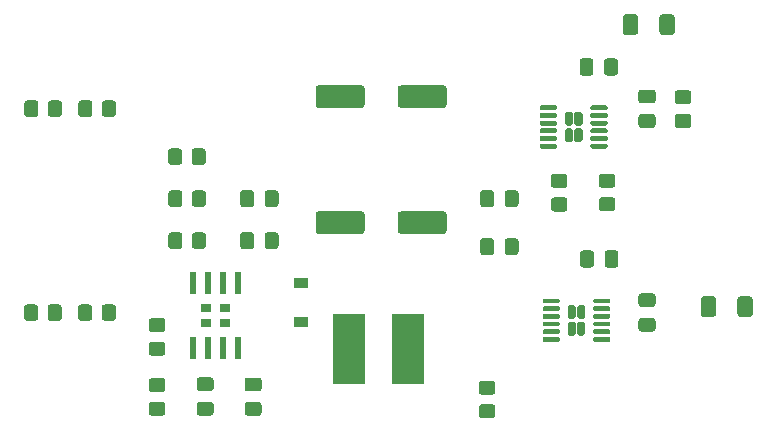
<source format=gtp>
G04 #@! TF.GenerationSoftware,KiCad,Pcbnew,5.1.10*
G04 #@! TF.CreationDate,2021-11-24T23:14:30-05:00*
G04 #@! TF.ProjectId,power_board,706f7765-725f-4626-9f61-72642e6b6963,rev?*
G04 #@! TF.SameCoordinates,Original*
G04 #@! TF.FileFunction,Paste,Top*
G04 #@! TF.FilePolarity,Positive*
%FSLAX46Y46*%
G04 Gerber Fmt 4.6, Leading zero omitted, Abs format (unit mm)*
G04 Created by KiCad (PCBNEW 5.1.10) date 2021-11-24 23:14:30*
%MOMM*%
%LPD*%
G01*
G04 APERTURE LIST*
%ADD10R,0.610000X1.910000*%
%ADD11R,0.930000X0.723000*%
%ADD12R,2.700000X6.000000*%
%ADD13R,1.200000X0.900000*%
G04 APERTURE END LIST*
G36*
G01*
X154489999Y-104048000D02*
X155390001Y-104048000D01*
G75*
G02*
X155640000Y-104297999I0J-249999D01*
G01*
X155640000Y-104998001D01*
G75*
G02*
X155390001Y-105248000I-249999J0D01*
G01*
X154489999Y-105248000D01*
G75*
G02*
X154240000Y-104998001I0J249999D01*
G01*
X154240000Y-104297999D01*
G75*
G02*
X154489999Y-104048000I249999J0D01*
G01*
G37*
G36*
G01*
X154489999Y-106048000D02*
X155390001Y-106048000D01*
G75*
G02*
X155640000Y-106297999I0J-249999D01*
G01*
X155640000Y-106998001D01*
G75*
G02*
X155390001Y-107248000I-249999J0D01*
G01*
X154489999Y-107248000D01*
G75*
G02*
X154240000Y-106998001I0J249999D01*
G01*
X154240000Y-106297999D01*
G75*
G02*
X154489999Y-106048000I249999J0D01*
G01*
G37*
G36*
G01*
X155857700Y-94546400D02*
X155857700Y-95496400D01*
G75*
G02*
X155607700Y-95746400I-250000J0D01*
G01*
X154932700Y-95746400D01*
G75*
G02*
X154682700Y-95496400I0J250000D01*
G01*
X154682700Y-94546400D01*
G75*
G02*
X154932700Y-94296400I250000J0D01*
G01*
X155607700Y-94296400D01*
G75*
G02*
X155857700Y-94546400I0J-250000D01*
G01*
G37*
G36*
G01*
X153782700Y-94546400D02*
X153782700Y-95496400D01*
G75*
G02*
X153532700Y-95746400I-250000J0D01*
G01*
X152857700Y-95746400D01*
G75*
G02*
X152607700Y-95496400I0J250000D01*
G01*
X152607700Y-94546400D01*
G75*
G02*
X152857700Y-94296400I250000J0D01*
G01*
X153532700Y-94296400D01*
G75*
G02*
X153782700Y-94546400I0J-250000D01*
G01*
G37*
G36*
G01*
X158793200Y-117427500D02*
X157843200Y-117427500D01*
G75*
G02*
X157593200Y-117177500I0J250000D01*
G01*
X157593200Y-116502500D01*
G75*
G02*
X157843200Y-116252500I250000J0D01*
G01*
X158793200Y-116252500D01*
G75*
G02*
X159043200Y-116502500I0J-250000D01*
G01*
X159043200Y-117177500D01*
G75*
G02*
X158793200Y-117427500I-250000J0D01*
G01*
G37*
G36*
G01*
X158793200Y-115352500D02*
X157843200Y-115352500D01*
G75*
G02*
X157593200Y-115102500I0J250000D01*
G01*
X157593200Y-114427500D01*
G75*
G02*
X157843200Y-114177500I250000J0D01*
G01*
X158793200Y-114177500D01*
G75*
G02*
X159043200Y-114427500I0J-250000D01*
G01*
X159043200Y-115102500D01*
G75*
G02*
X158793200Y-115352500I-250000J0D01*
G01*
G37*
G36*
G01*
X155900700Y-110802400D02*
X155900700Y-111752400D01*
G75*
G02*
X155650700Y-112002400I-250000J0D01*
G01*
X154975700Y-112002400D01*
G75*
G02*
X154725700Y-111752400I0J250000D01*
G01*
X154725700Y-110802400D01*
G75*
G02*
X154975700Y-110552400I250000J0D01*
G01*
X155650700Y-110552400D01*
G75*
G02*
X155900700Y-110802400I0J-250000D01*
G01*
G37*
G36*
G01*
X153825700Y-110802400D02*
X153825700Y-111752400D01*
G75*
G02*
X153575700Y-112002400I-250000J0D01*
G01*
X152900700Y-112002400D01*
G75*
G02*
X152650700Y-111752400I0J250000D01*
G01*
X152650700Y-110802400D01*
G75*
G02*
X152900700Y-110552400I250000J0D01*
G01*
X153575700Y-110552400D01*
G75*
G02*
X153825700Y-110802400I0J-250000D01*
G01*
G37*
G36*
G01*
X144192500Y-110711000D02*
X144192500Y-109761000D01*
G75*
G02*
X144442500Y-109511000I250000J0D01*
G01*
X145117500Y-109511000D01*
G75*
G02*
X145367500Y-109761000I0J-250000D01*
G01*
X145367500Y-110711000D01*
G75*
G02*
X145117500Y-110961000I-250000J0D01*
G01*
X144442500Y-110961000D01*
G75*
G02*
X144192500Y-110711000I0J250000D01*
G01*
G37*
G36*
G01*
X146267500Y-110711000D02*
X146267500Y-109761000D01*
G75*
G02*
X146517500Y-109511000I250000J0D01*
G01*
X147192500Y-109511000D01*
G75*
G02*
X147442500Y-109761000I0J-250000D01*
G01*
X147442500Y-110711000D01*
G75*
G02*
X147192500Y-110961000I-250000J0D01*
G01*
X146517500Y-110961000D01*
G75*
G02*
X146267500Y-110711000I0J250000D01*
G01*
G37*
G36*
G01*
X144192500Y-106647000D02*
X144192500Y-105697000D01*
G75*
G02*
X144442500Y-105447000I250000J0D01*
G01*
X145117500Y-105447000D01*
G75*
G02*
X145367500Y-105697000I0J-250000D01*
G01*
X145367500Y-106647000D01*
G75*
G02*
X145117500Y-106897000I-250000J0D01*
G01*
X144442500Y-106897000D01*
G75*
G02*
X144192500Y-106647000I0J250000D01*
G01*
G37*
G36*
G01*
X146267500Y-106647000D02*
X146267500Y-105697000D01*
G75*
G02*
X146517500Y-105447000I250000J0D01*
G01*
X147192500Y-105447000D01*
G75*
G02*
X147442500Y-105697000I0J-250000D01*
G01*
X147442500Y-106647000D01*
G75*
G02*
X147192500Y-106897000I-250000J0D01*
G01*
X146517500Y-106897000D01*
G75*
G02*
X146267500Y-106647000I0J250000D01*
G01*
G37*
G36*
G01*
X123872500Y-110203000D02*
X123872500Y-109253000D01*
G75*
G02*
X124122500Y-109003000I250000J0D01*
G01*
X124797500Y-109003000D01*
G75*
G02*
X125047500Y-109253000I0J-250000D01*
G01*
X125047500Y-110203000D01*
G75*
G02*
X124797500Y-110453000I-250000J0D01*
G01*
X124122500Y-110453000D01*
G75*
G02*
X123872500Y-110203000I0J250000D01*
G01*
G37*
G36*
G01*
X125947500Y-110203000D02*
X125947500Y-109253000D01*
G75*
G02*
X126197500Y-109003000I250000J0D01*
G01*
X126872500Y-109003000D01*
G75*
G02*
X127122500Y-109253000I0J-250000D01*
G01*
X127122500Y-110203000D01*
G75*
G02*
X126872500Y-110453000I-250000J0D01*
G01*
X126197500Y-110453000D01*
G75*
G02*
X125947500Y-110203000I0J250000D01*
G01*
G37*
G36*
G01*
X125947500Y-106647000D02*
X125947500Y-105697000D01*
G75*
G02*
X126197500Y-105447000I250000J0D01*
G01*
X126872500Y-105447000D01*
G75*
G02*
X127122500Y-105697000I0J-250000D01*
G01*
X127122500Y-106647000D01*
G75*
G02*
X126872500Y-106897000I-250000J0D01*
G01*
X126197500Y-106897000D01*
G75*
G02*
X125947500Y-106647000I0J250000D01*
G01*
G37*
G36*
G01*
X123872500Y-106647000D02*
X123872500Y-105697000D01*
G75*
G02*
X124122500Y-105447000I250000J0D01*
G01*
X124797500Y-105447000D01*
G75*
G02*
X125047500Y-105697000I0J-250000D01*
G01*
X125047500Y-106647000D01*
G75*
G02*
X124797500Y-106897000I-250000J0D01*
G01*
X124122500Y-106897000D01*
G75*
G02*
X123872500Y-106647000I0J250000D01*
G01*
G37*
G36*
G01*
X152414200Y-117590900D02*
X152414200Y-116745900D01*
G75*
G02*
X152586700Y-116573400I172500J0D01*
G01*
X152931700Y-116573400D01*
G75*
G02*
X153104200Y-116745900I0J-172500D01*
G01*
X153104200Y-117590900D01*
G75*
G02*
X152931700Y-117763400I-172500J0D01*
G01*
X152586700Y-117763400D01*
G75*
G02*
X152414200Y-117590900I0J172500D01*
G01*
G37*
G36*
G01*
X152414200Y-116170900D02*
X152414200Y-115325900D01*
G75*
G02*
X152586700Y-115153400I172500J0D01*
G01*
X152931700Y-115153400D01*
G75*
G02*
X153104200Y-115325900I0J-172500D01*
G01*
X153104200Y-116170900D01*
G75*
G02*
X152931700Y-116343400I-172500J0D01*
G01*
X152586700Y-116343400D01*
G75*
G02*
X152414200Y-116170900I0J172500D01*
G01*
G37*
G36*
G01*
X151594200Y-117590900D02*
X151594200Y-116745900D01*
G75*
G02*
X151766700Y-116573400I172500J0D01*
G01*
X152111700Y-116573400D01*
G75*
G02*
X152284200Y-116745900I0J-172500D01*
G01*
X152284200Y-117590900D01*
G75*
G02*
X152111700Y-117763400I-172500J0D01*
G01*
X151766700Y-117763400D01*
G75*
G02*
X151594200Y-117590900I0J172500D01*
G01*
G37*
G36*
G01*
X151594200Y-116170900D02*
X151594200Y-115325900D01*
G75*
G02*
X151766700Y-115153400I172500J0D01*
G01*
X152111700Y-115153400D01*
G75*
G02*
X152284200Y-115325900I0J-172500D01*
G01*
X152284200Y-116170900D01*
G75*
G02*
X152111700Y-116343400I-172500J0D01*
G01*
X151766700Y-116343400D01*
G75*
G02*
X151594200Y-116170900I0J172500D01*
G01*
G37*
G36*
G01*
X153774200Y-114933400D02*
X153774200Y-114733400D01*
G75*
G02*
X153874200Y-114633400I100000J0D01*
G01*
X155124200Y-114633400D01*
G75*
G02*
X155224200Y-114733400I0J-100000D01*
G01*
X155224200Y-114933400D01*
G75*
G02*
X155124200Y-115033400I-100000J0D01*
G01*
X153874200Y-115033400D01*
G75*
G02*
X153774200Y-114933400I0J100000D01*
G01*
G37*
G36*
G01*
X153774200Y-115583400D02*
X153774200Y-115383400D01*
G75*
G02*
X153874200Y-115283400I100000J0D01*
G01*
X155124200Y-115283400D01*
G75*
G02*
X155224200Y-115383400I0J-100000D01*
G01*
X155224200Y-115583400D01*
G75*
G02*
X155124200Y-115683400I-100000J0D01*
G01*
X153874200Y-115683400D01*
G75*
G02*
X153774200Y-115583400I0J100000D01*
G01*
G37*
G36*
G01*
X153774200Y-116233400D02*
X153774200Y-116033400D01*
G75*
G02*
X153874200Y-115933400I100000J0D01*
G01*
X155124200Y-115933400D01*
G75*
G02*
X155224200Y-116033400I0J-100000D01*
G01*
X155224200Y-116233400D01*
G75*
G02*
X155124200Y-116333400I-100000J0D01*
G01*
X153874200Y-116333400D01*
G75*
G02*
X153774200Y-116233400I0J100000D01*
G01*
G37*
G36*
G01*
X153774200Y-116883400D02*
X153774200Y-116683400D01*
G75*
G02*
X153874200Y-116583400I100000J0D01*
G01*
X155124200Y-116583400D01*
G75*
G02*
X155224200Y-116683400I0J-100000D01*
G01*
X155224200Y-116883400D01*
G75*
G02*
X155124200Y-116983400I-100000J0D01*
G01*
X153874200Y-116983400D01*
G75*
G02*
X153774200Y-116883400I0J100000D01*
G01*
G37*
G36*
G01*
X153774200Y-117533400D02*
X153774200Y-117333400D01*
G75*
G02*
X153874200Y-117233400I100000J0D01*
G01*
X155124200Y-117233400D01*
G75*
G02*
X155224200Y-117333400I0J-100000D01*
G01*
X155224200Y-117533400D01*
G75*
G02*
X155124200Y-117633400I-100000J0D01*
G01*
X153874200Y-117633400D01*
G75*
G02*
X153774200Y-117533400I0J100000D01*
G01*
G37*
G36*
G01*
X153774200Y-118183400D02*
X153774200Y-117983400D01*
G75*
G02*
X153874200Y-117883400I100000J0D01*
G01*
X155124200Y-117883400D01*
G75*
G02*
X155224200Y-117983400I0J-100000D01*
G01*
X155224200Y-118183400D01*
G75*
G02*
X155124200Y-118283400I-100000J0D01*
G01*
X153874200Y-118283400D01*
G75*
G02*
X153774200Y-118183400I0J100000D01*
G01*
G37*
G36*
G01*
X149474200Y-118183400D02*
X149474200Y-117983400D01*
G75*
G02*
X149574200Y-117883400I100000J0D01*
G01*
X150824200Y-117883400D01*
G75*
G02*
X150924200Y-117983400I0J-100000D01*
G01*
X150924200Y-118183400D01*
G75*
G02*
X150824200Y-118283400I-100000J0D01*
G01*
X149574200Y-118283400D01*
G75*
G02*
X149474200Y-118183400I0J100000D01*
G01*
G37*
G36*
G01*
X149474200Y-117533400D02*
X149474200Y-117333400D01*
G75*
G02*
X149574200Y-117233400I100000J0D01*
G01*
X150824200Y-117233400D01*
G75*
G02*
X150924200Y-117333400I0J-100000D01*
G01*
X150924200Y-117533400D01*
G75*
G02*
X150824200Y-117633400I-100000J0D01*
G01*
X149574200Y-117633400D01*
G75*
G02*
X149474200Y-117533400I0J100000D01*
G01*
G37*
G36*
G01*
X149474200Y-116883400D02*
X149474200Y-116683400D01*
G75*
G02*
X149574200Y-116583400I100000J0D01*
G01*
X150824200Y-116583400D01*
G75*
G02*
X150924200Y-116683400I0J-100000D01*
G01*
X150924200Y-116883400D01*
G75*
G02*
X150824200Y-116983400I-100000J0D01*
G01*
X149574200Y-116983400D01*
G75*
G02*
X149474200Y-116883400I0J100000D01*
G01*
G37*
G36*
G01*
X149474200Y-116233400D02*
X149474200Y-116033400D01*
G75*
G02*
X149574200Y-115933400I100000J0D01*
G01*
X150824200Y-115933400D01*
G75*
G02*
X150924200Y-116033400I0J-100000D01*
G01*
X150924200Y-116233400D01*
G75*
G02*
X150824200Y-116333400I-100000J0D01*
G01*
X149574200Y-116333400D01*
G75*
G02*
X149474200Y-116233400I0J100000D01*
G01*
G37*
G36*
G01*
X149474200Y-115583400D02*
X149474200Y-115383400D01*
G75*
G02*
X149574200Y-115283400I100000J0D01*
G01*
X150824200Y-115283400D01*
G75*
G02*
X150924200Y-115383400I0J-100000D01*
G01*
X150924200Y-115583400D01*
G75*
G02*
X150824200Y-115683400I-100000J0D01*
G01*
X149574200Y-115683400D01*
G75*
G02*
X149474200Y-115583400I0J100000D01*
G01*
G37*
G36*
G01*
X149474200Y-114933400D02*
X149474200Y-114733400D01*
G75*
G02*
X149574200Y-114633400I100000J0D01*
G01*
X150824200Y-114633400D01*
G75*
G02*
X150924200Y-114733400I0J-100000D01*
G01*
X150924200Y-114933400D01*
G75*
G02*
X150824200Y-115033400I-100000J0D01*
G01*
X149574200Y-115033400D01*
G75*
G02*
X149474200Y-114933400I0J100000D01*
G01*
G37*
G36*
G01*
X152169200Y-101233900D02*
X152169200Y-100388900D01*
G75*
G02*
X152341700Y-100216400I172500J0D01*
G01*
X152686700Y-100216400D01*
G75*
G02*
X152859200Y-100388900I0J-172500D01*
G01*
X152859200Y-101233900D01*
G75*
G02*
X152686700Y-101406400I-172500J0D01*
G01*
X152341700Y-101406400D01*
G75*
G02*
X152169200Y-101233900I0J172500D01*
G01*
G37*
G36*
G01*
X152169200Y-99813900D02*
X152169200Y-98968900D01*
G75*
G02*
X152341700Y-98796400I172500J0D01*
G01*
X152686700Y-98796400D01*
G75*
G02*
X152859200Y-98968900I0J-172500D01*
G01*
X152859200Y-99813900D01*
G75*
G02*
X152686700Y-99986400I-172500J0D01*
G01*
X152341700Y-99986400D01*
G75*
G02*
X152169200Y-99813900I0J172500D01*
G01*
G37*
G36*
G01*
X151349200Y-101233900D02*
X151349200Y-100388900D01*
G75*
G02*
X151521700Y-100216400I172500J0D01*
G01*
X151866700Y-100216400D01*
G75*
G02*
X152039200Y-100388900I0J-172500D01*
G01*
X152039200Y-101233900D01*
G75*
G02*
X151866700Y-101406400I-172500J0D01*
G01*
X151521700Y-101406400D01*
G75*
G02*
X151349200Y-101233900I0J172500D01*
G01*
G37*
G36*
G01*
X151349200Y-99813900D02*
X151349200Y-98968900D01*
G75*
G02*
X151521700Y-98796400I172500J0D01*
G01*
X151866700Y-98796400D01*
G75*
G02*
X152039200Y-98968900I0J-172500D01*
G01*
X152039200Y-99813900D01*
G75*
G02*
X151866700Y-99986400I-172500J0D01*
G01*
X151521700Y-99986400D01*
G75*
G02*
X151349200Y-99813900I0J172500D01*
G01*
G37*
G36*
G01*
X153529200Y-98576400D02*
X153529200Y-98376400D01*
G75*
G02*
X153629200Y-98276400I100000J0D01*
G01*
X154879200Y-98276400D01*
G75*
G02*
X154979200Y-98376400I0J-100000D01*
G01*
X154979200Y-98576400D01*
G75*
G02*
X154879200Y-98676400I-100000J0D01*
G01*
X153629200Y-98676400D01*
G75*
G02*
X153529200Y-98576400I0J100000D01*
G01*
G37*
G36*
G01*
X153529200Y-99226400D02*
X153529200Y-99026400D01*
G75*
G02*
X153629200Y-98926400I100000J0D01*
G01*
X154879200Y-98926400D01*
G75*
G02*
X154979200Y-99026400I0J-100000D01*
G01*
X154979200Y-99226400D01*
G75*
G02*
X154879200Y-99326400I-100000J0D01*
G01*
X153629200Y-99326400D01*
G75*
G02*
X153529200Y-99226400I0J100000D01*
G01*
G37*
G36*
G01*
X153529200Y-99876400D02*
X153529200Y-99676400D01*
G75*
G02*
X153629200Y-99576400I100000J0D01*
G01*
X154879200Y-99576400D01*
G75*
G02*
X154979200Y-99676400I0J-100000D01*
G01*
X154979200Y-99876400D01*
G75*
G02*
X154879200Y-99976400I-100000J0D01*
G01*
X153629200Y-99976400D01*
G75*
G02*
X153529200Y-99876400I0J100000D01*
G01*
G37*
G36*
G01*
X153529200Y-100526400D02*
X153529200Y-100326400D01*
G75*
G02*
X153629200Y-100226400I100000J0D01*
G01*
X154879200Y-100226400D01*
G75*
G02*
X154979200Y-100326400I0J-100000D01*
G01*
X154979200Y-100526400D01*
G75*
G02*
X154879200Y-100626400I-100000J0D01*
G01*
X153629200Y-100626400D01*
G75*
G02*
X153529200Y-100526400I0J100000D01*
G01*
G37*
G36*
G01*
X153529200Y-101176400D02*
X153529200Y-100976400D01*
G75*
G02*
X153629200Y-100876400I100000J0D01*
G01*
X154879200Y-100876400D01*
G75*
G02*
X154979200Y-100976400I0J-100000D01*
G01*
X154979200Y-101176400D01*
G75*
G02*
X154879200Y-101276400I-100000J0D01*
G01*
X153629200Y-101276400D01*
G75*
G02*
X153529200Y-101176400I0J100000D01*
G01*
G37*
G36*
G01*
X153529200Y-101826400D02*
X153529200Y-101626400D01*
G75*
G02*
X153629200Y-101526400I100000J0D01*
G01*
X154879200Y-101526400D01*
G75*
G02*
X154979200Y-101626400I0J-100000D01*
G01*
X154979200Y-101826400D01*
G75*
G02*
X154879200Y-101926400I-100000J0D01*
G01*
X153629200Y-101926400D01*
G75*
G02*
X153529200Y-101826400I0J100000D01*
G01*
G37*
G36*
G01*
X149229200Y-101826400D02*
X149229200Y-101626400D01*
G75*
G02*
X149329200Y-101526400I100000J0D01*
G01*
X150579200Y-101526400D01*
G75*
G02*
X150679200Y-101626400I0J-100000D01*
G01*
X150679200Y-101826400D01*
G75*
G02*
X150579200Y-101926400I-100000J0D01*
G01*
X149329200Y-101926400D01*
G75*
G02*
X149229200Y-101826400I0J100000D01*
G01*
G37*
G36*
G01*
X149229200Y-101176400D02*
X149229200Y-100976400D01*
G75*
G02*
X149329200Y-100876400I100000J0D01*
G01*
X150579200Y-100876400D01*
G75*
G02*
X150679200Y-100976400I0J-100000D01*
G01*
X150679200Y-101176400D01*
G75*
G02*
X150579200Y-101276400I-100000J0D01*
G01*
X149329200Y-101276400D01*
G75*
G02*
X149229200Y-101176400I0J100000D01*
G01*
G37*
G36*
G01*
X149229200Y-100526400D02*
X149229200Y-100326400D01*
G75*
G02*
X149329200Y-100226400I100000J0D01*
G01*
X150579200Y-100226400D01*
G75*
G02*
X150679200Y-100326400I0J-100000D01*
G01*
X150679200Y-100526400D01*
G75*
G02*
X150579200Y-100626400I-100000J0D01*
G01*
X149329200Y-100626400D01*
G75*
G02*
X149229200Y-100526400I0J100000D01*
G01*
G37*
G36*
G01*
X149229200Y-99876400D02*
X149229200Y-99676400D01*
G75*
G02*
X149329200Y-99576400I100000J0D01*
G01*
X150579200Y-99576400D01*
G75*
G02*
X150679200Y-99676400I0J-100000D01*
G01*
X150679200Y-99876400D01*
G75*
G02*
X150579200Y-99976400I-100000J0D01*
G01*
X149329200Y-99976400D01*
G75*
G02*
X149229200Y-99876400I0J100000D01*
G01*
G37*
G36*
G01*
X149229200Y-99226400D02*
X149229200Y-99026400D01*
G75*
G02*
X149329200Y-98926400I100000J0D01*
G01*
X150579200Y-98926400D01*
G75*
G02*
X150679200Y-99026400I0J-100000D01*
G01*
X150679200Y-99226400D01*
G75*
G02*
X150579200Y-99326400I-100000J0D01*
G01*
X149329200Y-99326400D01*
G75*
G02*
X149229200Y-99226400I0J100000D01*
G01*
G37*
G36*
G01*
X149229200Y-98576400D02*
X149229200Y-98376400D01*
G75*
G02*
X149329200Y-98276400I100000J0D01*
G01*
X150579200Y-98276400D01*
G75*
G02*
X150679200Y-98376400I0J-100000D01*
G01*
X150679200Y-98576400D01*
G75*
G02*
X150579200Y-98676400I-100000J0D01*
G01*
X149329200Y-98676400D01*
G75*
G02*
X149229200Y-98576400I0J100000D01*
G01*
G37*
D10*
X123698000Y-113284000D03*
X122428000Y-113284000D03*
X121158000Y-113284000D03*
X119888000Y-113284000D03*
X119888000Y-118844000D03*
X121158000Y-118844000D03*
X122428000Y-118844000D03*
X123698000Y-118844000D03*
D11*
X121018000Y-116666500D03*
X122568000Y-116666500D03*
X121018000Y-115461500D03*
X122568000Y-115461500D03*
G36*
G01*
X117290001Y-119472000D02*
X116389999Y-119472000D01*
G75*
G02*
X116140000Y-119222001I0J249999D01*
G01*
X116140000Y-118521999D01*
G75*
G02*
X116389999Y-118272000I249999J0D01*
G01*
X117290001Y-118272000D01*
G75*
G02*
X117540000Y-118521999I0J-249999D01*
G01*
X117540000Y-119222001D01*
G75*
G02*
X117290001Y-119472000I-249999J0D01*
G01*
G37*
G36*
G01*
X117290001Y-117472000D02*
X116389999Y-117472000D01*
G75*
G02*
X116140000Y-117222001I0J249999D01*
G01*
X116140000Y-116521999D01*
G75*
G02*
X116389999Y-116272000I249999J0D01*
G01*
X117290001Y-116272000D01*
G75*
G02*
X117540000Y-116521999I0J-249999D01*
G01*
X117540000Y-117222001D01*
G75*
G02*
X117290001Y-117472000I-249999J0D01*
G01*
G37*
G36*
G01*
X116389999Y-121352000D02*
X117290001Y-121352000D01*
G75*
G02*
X117540000Y-121601999I0J-249999D01*
G01*
X117540000Y-122302001D01*
G75*
G02*
X117290001Y-122552000I-249999J0D01*
G01*
X116389999Y-122552000D01*
G75*
G02*
X116140000Y-122302001I0J249999D01*
G01*
X116140000Y-121601999D01*
G75*
G02*
X116389999Y-121352000I249999J0D01*
G01*
G37*
G36*
G01*
X116389999Y-123352000D02*
X117290001Y-123352000D01*
G75*
G02*
X117540000Y-123601999I0J-249999D01*
G01*
X117540000Y-124302001D01*
G75*
G02*
X117290001Y-124552000I-249999J0D01*
G01*
X116389999Y-124552000D01*
G75*
G02*
X116140000Y-124302001I0J249999D01*
G01*
X116140000Y-123601999D01*
G75*
G02*
X116389999Y-123352000I249999J0D01*
G01*
G37*
G36*
G01*
X144329999Y-121574000D02*
X145230001Y-121574000D01*
G75*
G02*
X145480000Y-121823999I0J-249999D01*
G01*
X145480000Y-122524001D01*
G75*
G02*
X145230001Y-122774000I-249999J0D01*
G01*
X144329999Y-122774000D01*
G75*
G02*
X144080000Y-122524001I0J249999D01*
G01*
X144080000Y-121823999D01*
G75*
G02*
X144329999Y-121574000I249999J0D01*
G01*
G37*
G36*
G01*
X144329999Y-123574000D02*
X145230001Y-123574000D01*
G75*
G02*
X145480000Y-123823999I0J-249999D01*
G01*
X145480000Y-124524001D01*
G75*
G02*
X145230001Y-124774000I-249999J0D01*
G01*
X144329999Y-124774000D01*
G75*
G02*
X144080000Y-124524001I0J249999D01*
G01*
X144080000Y-123823999D01*
G75*
G02*
X144329999Y-123574000I249999J0D01*
G01*
G37*
G36*
G01*
X167274000Y-114690999D02*
X167274000Y-115941001D01*
G75*
G02*
X167024001Y-116191000I-249999J0D01*
G01*
X166223999Y-116191000D01*
G75*
G02*
X165974000Y-115941001I0J249999D01*
G01*
X165974000Y-114690999D01*
G75*
G02*
X166223999Y-114441000I249999J0D01*
G01*
X167024001Y-114441000D01*
G75*
G02*
X167274000Y-114690999I0J-249999D01*
G01*
G37*
G36*
G01*
X164174000Y-114690999D02*
X164174000Y-115941001D01*
G75*
G02*
X163924001Y-116191000I-249999J0D01*
G01*
X163123999Y-116191000D01*
G75*
G02*
X162874000Y-115941001I0J249999D01*
G01*
X162874000Y-114690999D01*
G75*
G02*
X163123999Y-114441000I249999J0D01*
G01*
X163924001Y-114441000D01*
G75*
G02*
X164174000Y-114690999I0J-249999D01*
G01*
G37*
G36*
G01*
X156270000Y-92065001D02*
X156270000Y-90814999D01*
G75*
G02*
X156519999Y-90565000I249999J0D01*
G01*
X157320001Y-90565000D01*
G75*
G02*
X157570000Y-90814999I0J-249999D01*
G01*
X157570000Y-92065001D01*
G75*
G02*
X157320001Y-92315000I-249999J0D01*
G01*
X156519999Y-92315000D01*
G75*
G02*
X156270000Y-92065001I0J249999D01*
G01*
G37*
G36*
G01*
X159370000Y-92065001D02*
X159370000Y-90814999D01*
G75*
G02*
X159619999Y-90565000I249999J0D01*
G01*
X160420001Y-90565000D01*
G75*
G02*
X160670000Y-90814999I0J-249999D01*
G01*
X160670000Y-92065001D01*
G75*
G02*
X160420001Y-92315000I-249999J0D01*
G01*
X159619999Y-92315000D01*
G75*
G02*
X159370000Y-92065001I0J249999D01*
G01*
G37*
G36*
G01*
X120980000Y-109277999D02*
X120980000Y-110178001D01*
G75*
G02*
X120730001Y-110428000I-249999J0D01*
G01*
X120029999Y-110428000D01*
G75*
G02*
X119780000Y-110178001I0J249999D01*
G01*
X119780000Y-109277999D01*
G75*
G02*
X120029999Y-109028000I249999J0D01*
G01*
X120730001Y-109028000D01*
G75*
G02*
X120980000Y-109277999I0J-249999D01*
G01*
G37*
G36*
G01*
X118980000Y-109277999D02*
X118980000Y-110178001D01*
G75*
G02*
X118730001Y-110428000I-249999J0D01*
G01*
X118029999Y-110428000D01*
G75*
G02*
X117780000Y-110178001I0J249999D01*
G01*
X117780000Y-109277999D01*
G75*
G02*
X118029999Y-109028000I249999J0D01*
G01*
X118730001Y-109028000D01*
G75*
G02*
X118980000Y-109277999I0J-249999D01*
G01*
G37*
G36*
G01*
X117764000Y-103066001D02*
X117764000Y-102165999D01*
G75*
G02*
X118013999Y-101916000I249999J0D01*
G01*
X118714001Y-101916000D01*
G75*
G02*
X118964000Y-102165999I0J-249999D01*
G01*
X118964000Y-103066001D01*
G75*
G02*
X118714001Y-103316000I-249999J0D01*
G01*
X118013999Y-103316000D01*
G75*
G02*
X117764000Y-103066001I0J249999D01*
G01*
G37*
G36*
G01*
X119764000Y-103066001D02*
X119764000Y-102165999D01*
G75*
G02*
X120013999Y-101916000I249999J0D01*
G01*
X120714001Y-101916000D01*
G75*
G02*
X120964000Y-102165999I0J-249999D01*
G01*
X120964000Y-103066001D01*
G75*
G02*
X120714001Y-103316000I-249999J0D01*
G01*
X120013999Y-103316000D01*
G75*
G02*
X119764000Y-103066001I0J249999D01*
G01*
G37*
G36*
G01*
X117780000Y-106622001D02*
X117780000Y-105721999D01*
G75*
G02*
X118029999Y-105472000I249999J0D01*
G01*
X118730001Y-105472000D01*
G75*
G02*
X118980000Y-105721999I0J-249999D01*
G01*
X118980000Y-106622001D01*
G75*
G02*
X118730001Y-106872000I-249999J0D01*
G01*
X118029999Y-106872000D01*
G75*
G02*
X117780000Y-106622001I0J249999D01*
G01*
G37*
G36*
G01*
X119780000Y-106622001D02*
X119780000Y-105721999D01*
G75*
G02*
X120029999Y-105472000I249999J0D01*
G01*
X120730001Y-105472000D01*
G75*
G02*
X120980000Y-105721999I0J-249999D01*
G01*
X120980000Y-106622001D01*
G75*
G02*
X120730001Y-106872000I-249999J0D01*
G01*
X120029999Y-106872000D01*
G75*
G02*
X119780000Y-106622001I0J249999D01*
G01*
G37*
G36*
G01*
X106788000Y-98101999D02*
X106788000Y-99002001D01*
G75*
G02*
X106538001Y-99252000I-249999J0D01*
G01*
X105837999Y-99252000D01*
G75*
G02*
X105588000Y-99002001I0J249999D01*
G01*
X105588000Y-98101999D01*
G75*
G02*
X105837999Y-97852000I249999J0D01*
G01*
X106538001Y-97852000D01*
G75*
G02*
X106788000Y-98101999I0J-249999D01*
G01*
G37*
G36*
G01*
X108788000Y-98101999D02*
X108788000Y-99002001D01*
G75*
G02*
X108538001Y-99252000I-249999J0D01*
G01*
X107837999Y-99252000D01*
G75*
G02*
X107588000Y-99002001I0J249999D01*
G01*
X107588000Y-98101999D01*
G75*
G02*
X107837999Y-97852000I249999J0D01*
G01*
X108538001Y-97852000D01*
G75*
G02*
X108788000Y-98101999I0J-249999D01*
G01*
G37*
G36*
G01*
X112160000Y-99002001D02*
X112160000Y-98101999D01*
G75*
G02*
X112409999Y-97852000I249999J0D01*
G01*
X113110001Y-97852000D01*
G75*
G02*
X113360000Y-98101999I0J-249999D01*
G01*
X113360000Y-99002001D01*
G75*
G02*
X113110001Y-99252000I-249999J0D01*
G01*
X112409999Y-99252000D01*
G75*
G02*
X112160000Y-99002001I0J249999D01*
G01*
G37*
G36*
G01*
X110160000Y-99002001D02*
X110160000Y-98101999D01*
G75*
G02*
X110409999Y-97852000I249999J0D01*
G01*
X111110001Y-97852000D01*
G75*
G02*
X111360000Y-98101999I0J-249999D01*
G01*
X111360000Y-99002001D01*
G75*
G02*
X111110001Y-99252000I-249999J0D01*
G01*
X110409999Y-99252000D01*
G75*
G02*
X110160000Y-99002001I0J249999D01*
G01*
G37*
G36*
G01*
X106772000Y-115373999D02*
X106772000Y-116274001D01*
G75*
G02*
X106522001Y-116524000I-249999J0D01*
G01*
X105821999Y-116524000D01*
G75*
G02*
X105572000Y-116274001I0J249999D01*
G01*
X105572000Y-115373999D01*
G75*
G02*
X105821999Y-115124000I249999J0D01*
G01*
X106522001Y-115124000D01*
G75*
G02*
X106772000Y-115373999I0J-249999D01*
G01*
G37*
G36*
G01*
X108772000Y-115373999D02*
X108772000Y-116274001D01*
G75*
G02*
X108522001Y-116524000I-249999J0D01*
G01*
X107821999Y-116524000D01*
G75*
G02*
X107572000Y-116274001I0J249999D01*
G01*
X107572000Y-115373999D01*
G75*
G02*
X107821999Y-115124000I249999J0D01*
G01*
X108522001Y-115124000D01*
G75*
G02*
X108772000Y-115373999I0J-249999D01*
G01*
G37*
G36*
G01*
X112152000Y-116274001D02*
X112152000Y-115373999D01*
G75*
G02*
X112401999Y-115124000I249999J0D01*
G01*
X113102001Y-115124000D01*
G75*
G02*
X113352000Y-115373999I0J-249999D01*
G01*
X113352000Y-116274001D01*
G75*
G02*
X113102001Y-116524000I-249999J0D01*
G01*
X112401999Y-116524000D01*
G75*
G02*
X112152000Y-116274001I0J249999D01*
G01*
G37*
G36*
G01*
X110152000Y-116274001D02*
X110152000Y-115373999D01*
G75*
G02*
X110401999Y-115124000I249999J0D01*
G01*
X111102001Y-115124000D01*
G75*
G02*
X111352000Y-115373999I0J-249999D01*
G01*
X111352000Y-116274001D01*
G75*
G02*
X111102001Y-116524000I-249999J0D01*
G01*
X110401999Y-116524000D01*
G75*
G02*
X110152000Y-116274001I0J249999D01*
G01*
G37*
G36*
G01*
X161816201Y-100193400D02*
X160916199Y-100193400D01*
G75*
G02*
X160666200Y-99943401I0J249999D01*
G01*
X160666200Y-99243399D01*
G75*
G02*
X160916199Y-98993400I249999J0D01*
G01*
X161816201Y-98993400D01*
G75*
G02*
X162066200Y-99243399I0J-249999D01*
G01*
X162066200Y-99943401D01*
G75*
G02*
X161816201Y-100193400I-249999J0D01*
G01*
G37*
G36*
G01*
X161816201Y-98193400D02*
X160916199Y-98193400D01*
G75*
G02*
X160666200Y-97943401I0J249999D01*
G01*
X160666200Y-97243399D01*
G75*
G02*
X160916199Y-96993400I249999J0D01*
G01*
X161816201Y-96993400D01*
G75*
G02*
X162066200Y-97243399I0J-249999D01*
G01*
X162066200Y-97943401D01*
G75*
G02*
X161816201Y-98193400I-249999J0D01*
G01*
G37*
G36*
G01*
X150425999Y-106064000D02*
X151326001Y-106064000D01*
G75*
G02*
X151576000Y-106313999I0J-249999D01*
G01*
X151576000Y-107014001D01*
G75*
G02*
X151326001Y-107264000I-249999J0D01*
G01*
X150425999Y-107264000D01*
G75*
G02*
X150176000Y-107014001I0J249999D01*
G01*
X150176000Y-106313999D01*
G75*
G02*
X150425999Y-106064000I249999J0D01*
G01*
G37*
G36*
G01*
X150425999Y-104064000D02*
X151326001Y-104064000D01*
G75*
G02*
X151576000Y-104313999I0J-249999D01*
G01*
X151576000Y-105014001D01*
G75*
G02*
X151326001Y-105264000I-249999J0D01*
G01*
X150425999Y-105264000D01*
G75*
G02*
X150176000Y-105014001I0J249999D01*
G01*
X150176000Y-104313999D01*
G75*
G02*
X150425999Y-104064000I249999J0D01*
G01*
G37*
D12*
X133096000Y-118872000D03*
X138096000Y-118872000D03*
D13*
X129032000Y-116584000D03*
X129032000Y-113284000D03*
G36*
G01*
X158793200Y-100180900D02*
X157843200Y-100180900D01*
G75*
G02*
X157593200Y-99930900I0J250000D01*
G01*
X157593200Y-99255900D01*
G75*
G02*
X157843200Y-99005900I250000J0D01*
G01*
X158793200Y-99005900D01*
G75*
G02*
X159043200Y-99255900I0J-250000D01*
G01*
X159043200Y-99930900D01*
G75*
G02*
X158793200Y-100180900I-250000J0D01*
G01*
G37*
G36*
G01*
X158793200Y-98105900D02*
X157843200Y-98105900D01*
G75*
G02*
X157593200Y-97855900I0J250000D01*
G01*
X157593200Y-97180900D01*
G75*
G02*
X157843200Y-96930900I250000J0D01*
G01*
X158793200Y-96930900D01*
G75*
G02*
X159043200Y-97180900I0J-250000D01*
G01*
X159043200Y-97855900D01*
G75*
G02*
X158793200Y-98105900I-250000J0D01*
G01*
G37*
G36*
G01*
X141359000Y-107503998D02*
X141359000Y-108904002D01*
G75*
G02*
X141109002Y-109154000I-249998J0D01*
G01*
X137458998Y-109154000D01*
G75*
G02*
X137209000Y-108904002I0J249998D01*
G01*
X137209000Y-107503998D01*
G75*
G02*
X137458998Y-107254000I249998J0D01*
G01*
X141109002Y-107254000D01*
G75*
G02*
X141359000Y-107503998I0J-249998D01*
G01*
G37*
G36*
G01*
X134409000Y-107503998D02*
X134409000Y-108904002D01*
G75*
G02*
X134159002Y-109154000I-249998J0D01*
G01*
X130508998Y-109154000D01*
G75*
G02*
X130259000Y-108904002I0J249998D01*
G01*
X130259000Y-107503998D01*
G75*
G02*
X130508998Y-107254000I249998J0D01*
G01*
X134159002Y-107254000D01*
G75*
G02*
X134409000Y-107503998I0J-249998D01*
G01*
G37*
G36*
G01*
X141359000Y-96835998D02*
X141359000Y-98236002D01*
G75*
G02*
X141109002Y-98486000I-249998J0D01*
G01*
X137458998Y-98486000D01*
G75*
G02*
X137209000Y-98236002I0J249998D01*
G01*
X137209000Y-96835998D01*
G75*
G02*
X137458998Y-96586000I249998J0D01*
G01*
X141109002Y-96586000D01*
G75*
G02*
X141359000Y-96835998I0J-249998D01*
G01*
G37*
G36*
G01*
X134409000Y-96835998D02*
X134409000Y-98236002D01*
G75*
G02*
X134159002Y-98486000I-249998J0D01*
G01*
X130508998Y-98486000D01*
G75*
G02*
X130259000Y-98236002I0J249998D01*
G01*
X130259000Y-96835998D01*
G75*
G02*
X130508998Y-96586000I249998J0D01*
G01*
X134159002Y-96586000D01*
G75*
G02*
X134409000Y-96835998I0J-249998D01*
G01*
G37*
G36*
G01*
X124493000Y-121311000D02*
X125443000Y-121311000D01*
G75*
G02*
X125693000Y-121561000I0J-250000D01*
G01*
X125693000Y-122236000D01*
G75*
G02*
X125443000Y-122486000I-250000J0D01*
G01*
X124493000Y-122486000D01*
G75*
G02*
X124243000Y-122236000I0J250000D01*
G01*
X124243000Y-121561000D01*
G75*
G02*
X124493000Y-121311000I250000J0D01*
G01*
G37*
G36*
G01*
X124493000Y-123386000D02*
X125443000Y-123386000D01*
G75*
G02*
X125693000Y-123636000I0J-250000D01*
G01*
X125693000Y-124311000D01*
G75*
G02*
X125443000Y-124561000I-250000J0D01*
G01*
X124493000Y-124561000D01*
G75*
G02*
X124243000Y-124311000I0J250000D01*
G01*
X124243000Y-123636000D01*
G75*
G02*
X124493000Y-123386000I250000J0D01*
G01*
G37*
G36*
G01*
X120429000Y-121289500D02*
X121379000Y-121289500D01*
G75*
G02*
X121629000Y-121539500I0J-250000D01*
G01*
X121629000Y-122214500D01*
G75*
G02*
X121379000Y-122464500I-250000J0D01*
G01*
X120429000Y-122464500D01*
G75*
G02*
X120179000Y-122214500I0J250000D01*
G01*
X120179000Y-121539500D01*
G75*
G02*
X120429000Y-121289500I250000J0D01*
G01*
G37*
G36*
G01*
X120429000Y-123364500D02*
X121379000Y-123364500D01*
G75*
G02*
X121629000Y-123614500I0J-250000D01*
G01*
X121629000Y-124289500D01*
G75*
G02*
X121379000Y-124539500I-250000J0D01*
G01*
X120429000Y-124539500D01*
G75*
G02*
X120179000Y-124289500I0J250000D01*
G01*
X120179000Y-123614500D01*
G75*
G02*
X120429000Y-123364500I250000J0D01*
G01*
G37*
M02*

</source>
